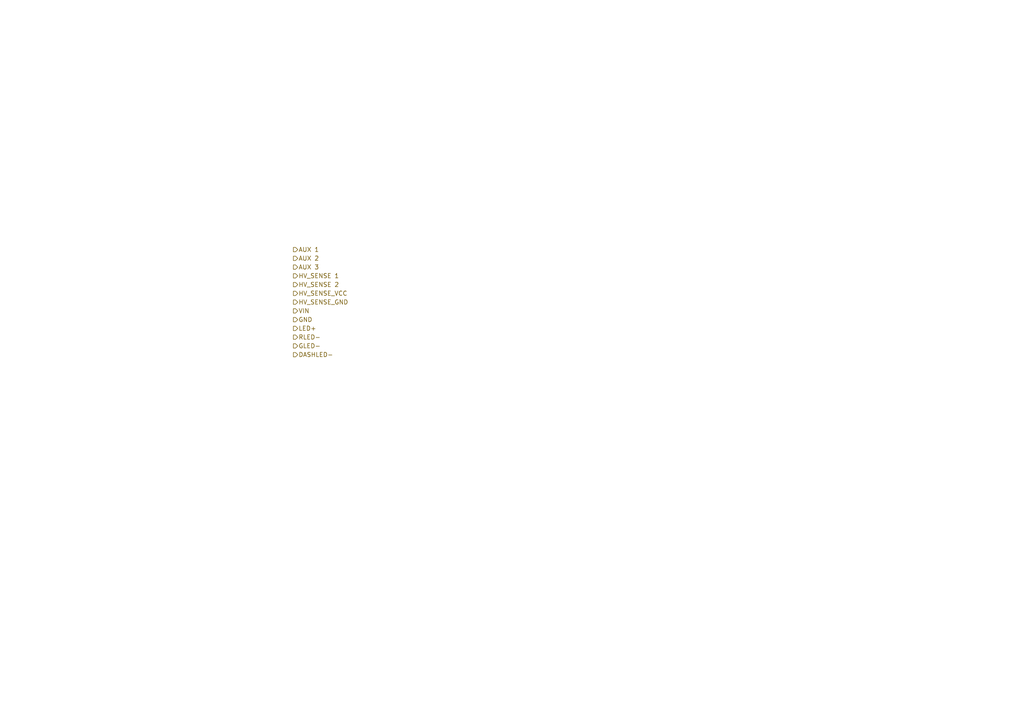
<source format=kicad_sch>
(kicad_sch (version 20211123) (generator eeschema)
  (paper "A4")
  (title_block (title "LV Subsystem interconnections") (date "2022-03-16") (rev "0.1") (company "Oxford University Racing") (comment 1 "Hugo Berg, Becky Hu, Lianfeng Shi") (comment 2 "Electronics team"))
  (lib_symbols)
  (hierarchical_label "AUX 2" (shape output) (at 85.09 74.93 0))
  (hierarchical_label "HV_SENSE 1" (shape output) (at 85.09 80.01 0))
  (hierarchical_label "LED+" (shape output) (at 85.09 95.25 0))
  (hierarchical_label "RLED-" (shape output) (at 85.09 97.79 0))
  (hierarchical_label "HV_SENSE_GND" (shape output) (at 85.09 87.63 0))
  (hierarchical_label "GLED-" (shape output) (at 85.09 100.33 0))
  (hierarchical_label "HV_SENSE_VCC" (shape output) (at 85.09 85.09 0))
  (hierarchical_label "AUX 3" (shape output) (at 85.09 77.47 0))
  (hierarchical_label "GND" (shape output) (at 85.09 92.71 0))
  (hierarchical_label "VIN" (shape output) (at 85.09 90.17 0))
  (hierarchical_label "DASHLED-" (shape output) (at 85.09 102.87 0))
  (hierarchical_label "HV_SENSE 2" (shape output) (at 85.09 82.55 0))
  (hierarchical_label "AUX 1" (shape output) (at 85.09 72.39 0))
)
</source>
